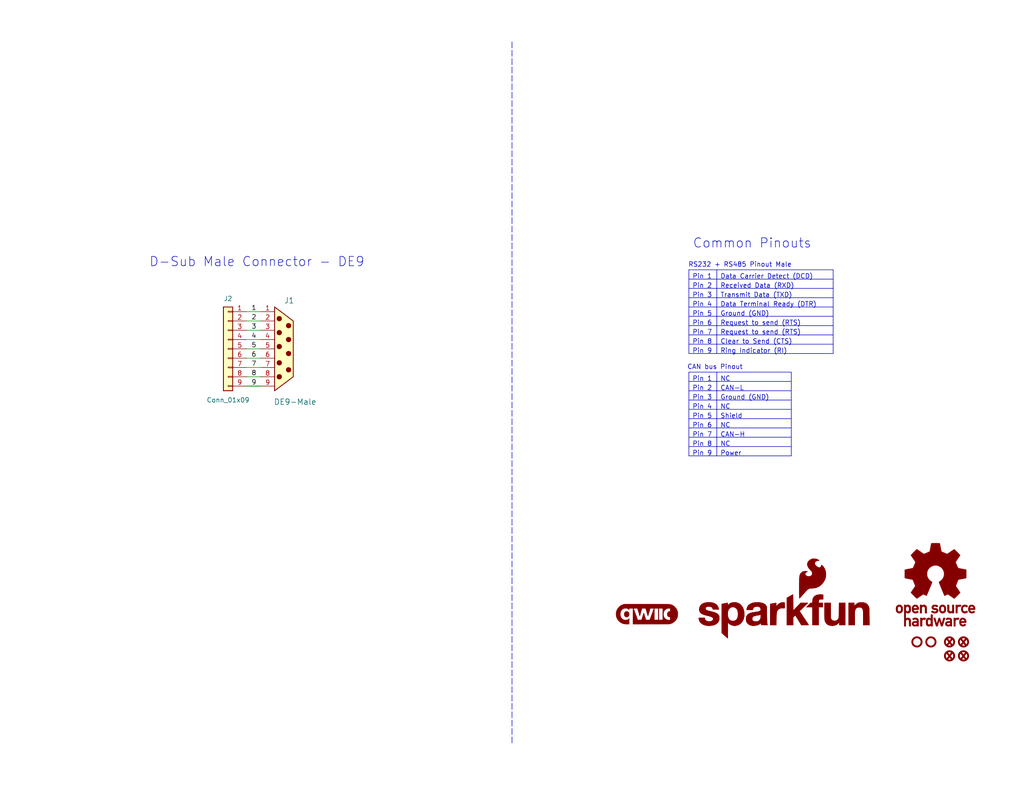
<source format=kicad_sch>
(kicad_sch (version 20250114) (generator "eeschema") (generator_version "9.0")
  (paper "USLetter")
  (title_block (title "SparkFun DB9 Breakout") (rev "v10") (company "SparkFun Electronics") (comment 1 "Designed by: Elias Santistevan"))
  (lib_symbols
    (symbol "DB9-Male:DE9-Male" (pin_names (offset 0.254) (hide yes))
      (property "Reference" "J" (at -0.508 14.732 0))
      (property "Value" "DE9-Male" (at -0.762 -13.716 0))
      (symbol "DE9-Male_1_1"
        (pin passive line (at -6.35 10.16 0) (length 3.81) (name "1") (number "1"))
        (pin passive line (at -6.35 7.62 0) (length 3.81) (name "2") (number "2"))
        (pin passive line (at -6.35 5.08 0) (length 3.81) (name "3") (number "3"))
        (pin passive line (at -6.35 2.54 0) (length 3.81) (name "4") (number "4"))
        (pin passive line (at -6.35 0 0) (length 3.81) (name "5") (number "5"))
        (pin passive line (at -6.35 -2.54 0) (length 3.81) (name "6") (number "6"))
        (pin passive line (at -6.35 -5.08 0) (length 3.81) (name "7") (number "7"))
        (pin passive line (at -6.35 -7.62 0) (length 3.81) (name "8") (number "8"))
        (pin passive line (at -6.35 -10.16 0) (length 3.81) (name "9") (number "9"))
      )
      (symbol "DE9-Male_1_2"
        (pin unspecified line (at 0 0 0) (length 5.08) (name "1") (number "1"))
        (pin unspecified line (at 0 -2.54 0) (length 5.08) (name "2") (number "2"))
        (pin unspecified line (at 0 -5.08 0) (length 5.08) (name "3") (number "3"))
        (pin unspecified line (at 0 -7.62 0) (length 5.08) (name "4") (number "4"))
        (pin unspecified line (at 0 -10.16 0) (length 5.08) (name "5") (number "5"))
        (pin unspecified line (at 0 -12.7 0) (length 5.08) (name "6") (number "6"))
        (pin unspecified line (at 0 -15.24 0) (length 5.08) (name "7") (number "7"))
        (pin unspecified line (at 0 -17.78 0) (length 5.08) (name "8") (number "8"))
        (pin unspecified line (at 0 -20.32 0) (length 5.08) (name "9") (number "9"))
      )
    )
    (symbol "SparkFun-Aesthetic:Fiducial_0.5mm"
      (symbol "Fiducial_0.5mm_1_1"
        (text "x" (at 0 0.254 0) (effects (font (size 2.5 2.5) (bold yes))))
      )
    )
    (symbol "SparkFun-Aesthetic:OSHW_Logo" (pin_names (offset 1.016)) (in_bom no))
    (symbol "SparkFun-Aesthetic:SparkFun_Logo" (pin_names (offset 1.016)) (on_board no))
    (symbol "SparkFun-Aesthetic:qwiic_Logo" (pin_names (offset 1.016)) (on_board no))
    (symbol "SparkFun-Connector:Conn_01x09" (pin_names (offset 1.016) (hide yes))
      (property "Reference" "J" (at 0 12.7 0))
      (property "Value" "Conn_01x09" (at 0 -12.7 0))
      (symbol "Conn_01x09_1_1"
        (pin passive line (at -5.08 10.16 0) (length 3.81) (name "Pin_1") (number "1"))
        (pin passive line (at -5.08 7.62 0) (length 3.81) (name "Pin_2") (number "2"))
        (pin passive line (at -5.08 5.08 0) (length 3.81) (name "Pin_3") (number "3"))
        (pin passive line (at -5.08 2.54 0) (length 3.81) (name "Pin_4") (number "4"))
        (pin passive line (at -5.08 0 0) (length 3.81) (name "Pin_5") (number "5"))
        (pin passive line (at -5.08 -2.54 0) (length 3.81) (name "Pin_6") (number "6"))
        (pin passive line (at -5.08 -5.08 0) (length 3.81) (name "Pin_7") (number "7"))
        (pin passive line (at -5.08 -7.62 0) (length 3.81) (name "Pin_8") (number "8"))
        (pin passive line (at -5.08 -10.16 0) (length 3.81) (name "Pin_9") (number "9"))
      )
    )
    (symbol "SparkFun-Hardware:Standoff")
  )
  (text "Common Pinouts" (at 205.232 66.548 0) (effects (font (size 2.54 2.54))))
  (text "CAN bus Pinout " (at 195.58 100.33 0) (effects (font (size 1.27 1.27))))
  (text "D-Sub Male Connector - DE9" (at 70.104 71.628 0) (effects (font (size 2.54 2.54))))
  (text "RS232 + RS485 Pinout Male" (at 201.93 72.39 0) (effects (font (size 1.27 1.27))))
  (wire (pts (xy 67.31 95.25) (xy 71.12 95.25)))
  (wire (pts (xy 67.31 105.41) (xy 71.12 105.41)) (stroke (width 0.2286)))
  (wire (pts (xy 67.31 87.63) (xy 71.12 87.63)))
  (wire (pts (xy 67.31 100.33) (xy 71.12 100.33)))
  (wire (pts (xy 67.31 90.17) (xy 71.12 90.17)))
  (wire (pts (xy 67.31 92.71) (xy 71.12 92.71)))
  (polyline (pts (xy 139.7 11.43) (xy 139.7 203.2)) (stroke (width 0) (type dash)))
  (wire (pts (xy 67.31 97.79) (xy 71.12 97.79)))
  (wire (pts (xy 67.31 85.09) (xy 71.12 85.09)))
  (wire (pts (xy 67.31 102.87) (xy 71.12 102.87)))
  (table (column_count 2) (border (external yes) (header yes)) (separators (rows yes) (cols yes)) (column_widths 7.62 20.32) (row_heights 2.54 2.54 2.54 2.54 2.54 2.54 2.54 2.54 2.54) (cells (table_cell "Pin 1" (at 187.96 101.6 0) (size 7.62 2.54) (margins 0.9525 0.9525 0.9525 0.9525) (span 1 1)) (table_cell "NC" (at 195.58 101.6 0) (size 20.32 2.54) (margins 0.9525 0.9525 0.9525 0.9525) (span 1 1)) (table_cell "Pin 2" (at 187.96 104.14 0) (size 7.62 2.54) (margins 0.9525 0.9525 0.9525 0.9525) (span 1 1)) (table_cell "CAN-L" (at 195.58 104.14 0) (size 20.32 2.54) (margins 0.9525 0.9525 0.9525 0.9525) (span 1 1)) (table_cell "Pin 3" (at 187.96 106.68 0) (size 7.62 2.54) (margins 0.9525 0.9525 0.9525 0.9525) (span 1 1)) (table_cell "Ground (GND)" (at 195.58 106.68 0) (size 20.32 2.54) (margins 0.9525 0.9525 0.9525 0.9525) (span 1 1)) (table_cell "Pin 4" (at 187.96 109.22 0) (size 7.62 2.54) (margins 0.9525 0.9525 0.9525 0.9525) (span 1 1)) (table_cell "NC" (at 195.58 109.22 0) (size 20.32 2.54) (margins 0.9525 0.9525 0.9525 0.9525) (span 1 1)) (table_cell "Pin 5" (at 187.96 111.76 0) (size 7.62 2.54) (margins 0.9525 0.9525 0.9525 0.9525) (span 1 1)) (table_cell "Shield" (at 195.58 111.76 0) (size 20.32 2.54) (margins 0.9525 0.9525 0.9525 0.9525) (span 1 1)) (table_cell "Pin 6" (at 187.96 114.3 0) (size 7.62 2.54) (margins 0.9525 0.9525 0.9525 0.9525) (span 1 1)) (table_cell "NC" (at 195.58 114.3 0) (size 20.32 2.54) (margins 0.9525 0.9525 0.9525 0.9525) (span 1 1)) (table_cell "Pin 7" (at 187.96 116.84 0) (size 7.62 2.54) (margins 0.9525 0.9525 0.9525 0.9525) (span 1 1)) (table_cell "CAN-H" (at 195.58 116.84 0) (size 20.32 2.54) (margins 0.9525 0.9525 0.9525 0.9525) (span 1 1)) (table_cell "Pin 8 " (at 187.96 119.38 0) (size 7.62 2.54) (margins 0.9525 0.9525 0.9525 0.9525) (span 1 1)) (table_cell "NC" (at 195.58 119.38 0) (size 20.32 2.54) (margins 0.9525 0.9525 0.9525 0.9525) (span 1 1)) (table_cell "Pin 9" (at 187.96 121.92 0) (size 7.62 2.54) (margins 0.9525 0.9525 0.9525 0.9525) (span 1 1)) (table_cell "Power" (at 195.58 121.92 0) (size 20.32 2.54) (margins 0.9525 0.9525 0.9525 0.9525) (span 1 1))))
  (table (column_count 2) (border (external yes) (header yes)) (separators (rows yes) (cols yes)) (column_widths 7.62 31.75) (row_heights 2.54 2.54 2.54 2.54 2.54 2.54 2.54 2.54 2.54) (cells (table_cell "Pin 1" (at 187.96 73.66 0) (size 7.62 2.54) (margins 0.9525 0.9525 0.9525 0.9525) (span 1 1)) (table_cell "Data Carrier Detect (DCD) " (at 195.58 73.66 0) (size 31.75 2.54) (margins 0.9525 0.9525 0.9525 0.9525) (span 1 1)) (table_cell "Pin 2" (at 187.96 76.2 0) (size 7.62 2.54) (margins 0.9525 0.9525 0.9525 0.9525) (span 1 1)) (table_cell "Received Data (RXD) " (at 195.58 76.2 0) (size 31.75 2.54) (margins 0.9525 0.9525 0.9525 0.9525) (span 1 1)) (table_cell "Pin 3" (at 187.96 78.74 0) (size 7.62 2.54) (margins 0.9525 0.9525 0.9525 0.9525) (span 1 1)) (table_cell "Transmit Data (TXD) " (at 195.58 78.74 0) (size 31.75 2.54) (margins 0.9525 0.9525 0.9525 0.9525) (span 1 1)) (table_cell "Pin 4" (at 187.96 81.28 0) (size 7.62 2.54) (margins 0.9525 0.9525 0.9525 0.9525) (span 1 1)) (table_cell "Data Terminal Ready (DTR) " (at 195.58 81.28 0) (size 31.75 2.54) (margins 0.9525 0.9525 0.9525 0.9525) (span 1 1)) (table_cell "Pin 5" (at 187.96 83.82 0) (size 7.62 2.54) (margins 0.9525 0.9525 0.9525 0.9525) (span 1 1)) (table_cell "Ground (GND)" (at 195.58 83.82 0) (size 31.75 2.54) (margins 0.9525 0.9525 0.9525 0.9525) (span 1 1)) (table_cell "Pin 6" (at 187.96 86.36 0) (size 7.62 2.54) (margins 0.9525 0.9525 0.9525 0.9525) (span 1 1)) (table_cell "Request to send (RTS) " (at 195.58 86.36 0) (size 31.75 2.54) (margins 0.9525 0.9525 0.9525 0.9525) (span 1 1)) (table_cell "Pin 7" (at 187.96 88.9 0) (size 7.62 2.54) (margins 0.9525 0.9525 0.9525 0.9525) (span 1 1)) (table_cell "Request to send (RTS) " (at 195.58 88.9 0) (size 31.75 2.54) (margins 0.9525 0.9525 0.9525 0.9525) (span 1 1)) (table_cell "Pin 8" (at 187.96 91.44 0) (size 7.62 2.54) (margins 0.9525 0.9525 0.9525 0.9525) (span 1 1)) (table_cell "Clear to Send (CTS) " (at 195.58 91.44 0) (size 31.75 2.54) (margins 0.9525 0.9525 0.9525 0.9525) (span 1 1)) (table_cell "Pin 9" (at 187.96 93.98 0) (size 7.62 2.54) (margins 0.9525 0.9525 0.9525 0.9525) (span 1 1)) (table_cell "Ring Indicator (RI) " (at 195.58 93.98 0) (size 31.75 2.54) (margins 0.9525 0.9525 0.9525 0.9525) (span 1 1))))
  (label "6" (at 68.58 97.79 0))
  (label "7" (at 68.58 100.33 0))
  (label "1" (at 68.58 85.09 0))
  (label "5" (at 68.58 95.25 0))
  (label "4" (at 68.58 92.71 0))
  (label "3" (at 68.58 90.17 0))
  (label "9" (at 68.58 105.41 0))
  (label "8" (at 68.58 102.87 0))
  (label "2" (at 68.58 87.63 0))
  (symbol (lib_id "SparkFun-Hardware:Standoff") (at 254 175.26 0) (unit 1)
    (property "Reference" "ST2" (effects (hide yes)))
    (property "Value" "Stand_off" (effects (hide yes)))
    (property "Footprint" "SparkFun-Hardware:Standoff" (effects (hide yes)))
    (property "Description" "Drill holes for mechanically mounting via screws, standoffs, etc." (effects (hide yes)))
  )
  (symbol (lib_id "SparkFun-Aesthetic:SparkFun_Logo") (at 213.36 167.64 0) (unit 1) (on_board no)
    (property "Reference" "G1" (effects (hide yes)))
    (property "Value" "SparkFun_Logo" (effects (hide yes)))
    (property "Footprint" "SparkFun-Aesthetic:SparkFun_Logo_8mm" (effects (hide yes)))
  )
  (symbol (lib_id "DB9-Male:DE9-Male") (at 77.47 95.25 0) (unit 1)
    (property "Reference" "J1" (at 77.47 82.042 0) (effects (font (size 1.524 1.524)) (justify left)))
    (property "Value" "DE9-Male" (at 74.676 109.728 0) (effects (font (size 1.524 1.524)) (justify left)))
    (property "Footprint" "DE9-Footprint:DB9" (effects (hide yes)))
  )
  (symbol (lib_id "SparkFun-Connector:Conn_01x09") (at 62.23 95.25 0) (mirror y) (unit 1)
    (property "Reference" "J2" (at 62.23 81.534 0))
    (property "Value" "Conn_01x09" (at 62.23 109.22 0))
    (property "Footprint" "SparkFun-Connector:1x09" (effects (hide yes)))
    (property "Description" "Basic 0.1\" PTH" (effects (hide yes)))
  )
  (symbol (lib_id "SparkFun-Aesthetic:qwiic_Logo") (at 176.53 167.64 0) (unit 1) (on_board no)
    (property "Reference" "G4" (effects (hide yes)))
    (property "Value" "qwiic_Logo" (effects (hide yes)))
  )
  (symbol (lib_id "SparkFun-Hardware:Standoff") (at 250.19 175.26 0) (unit 1)
    (property "Reference" "ST1" (effects (hide yes)))
    (property "Value" "Stand_off" (effects (hide yes)))
    (property "Footprint" "SparkFun-Hardware:Standoff" (effects (hide yes)))
    (property "Description" "Drill holes for mechanically mounting via screws, standoffs, etc." (effects (hide yes)))
  )
  (symbol (lib_id "SparkFun-Aesthetic:Fiducial_0.5mm") (at 262.89 179.07 0) (unit 1)
    (property "Reference" "FID4" (effects (hide yes)))
    (property "Value" "Fiducial_0.5mm" (effects (hide yes)))
    (property "Footprint" "SparkFun-Aesthetic:Fiducial_0.5mm_Mask1mm" (effects (hide yes)))
    (property "Description" "Fiducial Marker" (effects (hide yes)))
  )
  (symbol (lib_id "SparkFun-Aesthetic:Fiducial_0.5mm") (at 259.08 179.07 0) (unit 1)
    (property "Reference" "FID2" (effects (hide yes)))
    (property "Value" "Fiducial_0.5mm" (effects (hide yes)))
    (property "Footprint" "SparkFun-Aesthetic:Fiducial_0.5mm_Mask1mm" (effects (hide yes)))
    (property "Description" "Fiducial Marker" (effects (hide yes)))
  )
  (symbol (lib_id "SparkFun-Aesthetic:OSHW_Logo") (at 255.27 163.83 0) (unit 1) (in_bom no)
    (property "Reference" "G3" (effects (hide yes)))
    (property "Value" "OSHW_Logo" (effects (hide yes)))
    (property "Footprint" "SparkFun-Aesthetic:Creative_Commons_License" (effects (hide yes)))
  )
  (symbol (lib_id "SparkFun-Aesthetic:Fiducial_0.5mm") (at 259.08 175.26 0) (unit 1)
    (property "Reference" "FID1" (effects (hide yes)))
    (property "Value" "Fiducial_0.5mm" (effects (hide yes)))
    (property "Footprint" "SparkFun-Aesthetic:Fiducial_0.5mm_Mask1mm" (effects (hide yes)))
    (property "Description" "Fiducial Marker" (effects (hide yes)))
  )
  (symbol (lib_id "SparkFun-Aesthetic:SparkFun_Logo") (at 213.36 167.64 0) (unit 1) (on_board no)
    (property "Reference" "G2" (effects (hide yes)))
    (property "Value" "SparkFun_Logo" (effects (hide yes)))
  )
  (symbol (lib_id "SparkFun-Aesthetic:Fiducial_0.5mm") (at 262.89 175.26 0) (unit 1)
    (property "Reference" "FID3" (effects (hide yes)))
    (property "Value" "Fiducial_0.5mm" (effects (hide yes)))
    (property "Footprint" "SparkFun-Aesthetic:Fiducial_0.5mm_Mask1mm" (effects (hide yes)))
    (property "Description" "Fiducial Marker" (effects (hide yes)))
  )
)
</source>
